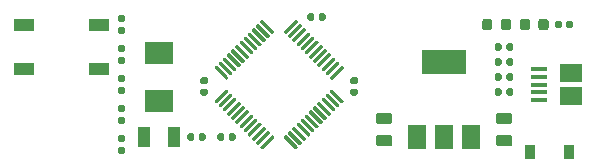
<source format=gbr>
%TF.GenerationSoftware,KiCad,Pcbnew,5.1.6+dfsg1-1*%
%TF.CreationDate,2020-06-23T10:35:08+08:00*%
%TF.ProjectId,stm32devmini,73746d33-3264-4657-966d-696e692e6b69,rev?*%
%TF.SameCoordinates,Original*%
%TF.FileFunction,Paste,Top*%
%TF.FilePolarity,Positive*%
%FSLAX46Y46*%
G04 Gerber Fmt 4.6, Leading zero omitted, Abs format (unit mm)*
G04 Created by KiCad (PCBNEW 5.1.6+dfsg1-1) date 2020-06-23 10:35:08*
%MOMM*%
%LPD*%
G01*
G04 APERTURE LIST*
%ADD10R,1.000000X1.800000*%
%ADD11R,2.400000X1.900000*%
%ADD12R,1.700000X1.000000*%
%ADD13R,1.500000X2.000000*%
%ADD14R,3.800000X2.000000*%
%ADD15R,0.900000X1.200000*%
%ADD16R,1.900000X1.500000*%
%ADD17R,1.350000X0.400000*%
G04 APERTURE END LIST*
%TO.C,C11*%
G36*
G01*
X171005000Y-106217500D02*
X171005000Y-105872500D01*
G75*
G02*
X171152500Y-105725000I147500J0D01*
G01*
X171447500Y-105725000D01*
G75*
G02*
X171595000Y-105872500I0J-147500D01*
G01*
X171595000Y-106217500D01*
G75*
G02*
X171447500Y-106365000I-147500J0D01*
G01*
X171152500Y-106365000D01*
G75*
G02*
X171005000Y-106217500I0J147500D01*
G01*
G37*
G36*
G01*
X170035000Y-106217500D02*
X170035000Y-105872500D01*
G75*
G02*
X170182500Y-105725000I147500J0D01*
G01*
X170477500Y-105725000D01*
G75*
G02*
X170625000Y-105872500I0J-147500D01*
G01*
X170625000Y-106217500D01*
G75*
G02*
X170477500Y-106365000I-147500J0D01*
G01*
X170182500Y-106365000D01*
G75*
G02*
X170035000Y-106217500I0J147500D01*
G01*
G37*
%TD*%
%TO.C,C10*%
G36*
G01*
X164637500Y-106490000D02*
X164292500Y-106490000D01*
G75*
G02*
X164145000Y-106342500I0J147500D01*
G01*
X164145000Y-106047500D01*
G75*
G02*
X164292500Y-105900000I147500J0D01*
G01*
X164637500Y-105900000D01*
G75*
G02*
X164785000Y-106047500I0J-147500D01*
G01*
X164785000Y-106342500D01*
G75*
G02*
X164637500Y-106490000I-147500J0D01*
G01*
G37*
G36*
G01*
X164637500Y-107460000D02*
X164292500Y-107460000D01*
G75*
G02*
X164145000Y-107312500I0J147500D01*
G01*
X164145000Y-107017500D01*
G75*
G02*
X164292500Y-106870000I147500J0D01*
G01*
X164637500Y-106870000D01*
G75*
G02*
X164785000Y-107017500I0J-147500D01*
G01*
X164785000Y-107312500D01*
G75*
G02*
X164637500Y-107460000I-147500J0D01*
G01*
G37*
%TD*%
D10*
%TO.C,Y2*%
X168890000Y-106045000D03*
X166390000Y-106045000D03*
%TD*%
D11*
%TO.C,Y1*%
X167640000Y-103015000D03*
X167640000Y-98915000D03*
%TD*%
%TO.C,C9*%
G36*
G01*
X164292500Y-104330000D02*
X164637500Y-104330000D01*
G75*
G02*
X164785000Y-104477500I0J-147500D01*
G01*
X164785000Y-104772500D01*
G75*
G02*
X164637500Y-104920000I-147500J0D01*
G01*
X164292500Y-104920000D01*
G75*
G02*
X164145000Y-104772500I0J147500D01*
G01*
X164145000Y-104477500D01*
G75*
G02*
X164292500Y-104330000I147500J0D01*
G01*
G37*
G36*
G01*
X164292500Y-103360000D02*
X164637500Y-103360000D01*
G75*
G02*
X164785000Y-103507500I0J-147500D01*
G01*
X164785000Y-103802500D01*
G75*
G02*
X164637500Y-103950000I-147500J0D01*
G01*
X164292500Y-103950000D01*
G75*
G02*
X164145000Y-103802500I0J147500D01*
G01*
X164145000Y-103507500D01*
G75*
G02*
X164292500Y-103360000I147500J0D01*
G01*
G37*
%TD*%
%TO.C,C8*%
G36*
G01*
X164292500Y-101790000D02*
X164637500Y-101790000D01*
G75*
G02*
X164785000Y-101937500I0J-147500D01*
G01*
X164785000Y-102232500D01*
G75*
G02*
X164637500Y-102380000I-147500J0D01*
G01*
X164292500Y-102380000D01*
G75*
G02*
X164145000Y-102232500I0J147500D01*
G01*
X164145000Y-101937500D01*
G75*
G02*
X164292500Y-101790000I147500J0D01*
G01*
G37*
G36*
G01*
X164292500Y-100820000D02*
X164637500Y-100820000D01*
G75*
G02*
X164785000Y-100967500I0J-147500D01*
G01*
X164785000Y-101262500D01*
G75*
G02*
X164637500Y-101410000I-147500J0D01*
G01*
X164292500Y-101410000D01*
G75*
G02*
X164145000Y-101262500I0J147500D01*
G01*
X164145000Y-100967500D01*
G75*
G02*
X164292500Y-100820000I147500J0D01*
G01*
G37*
%TD*%
%TO.C,R6*%
G36*
G01*
X196660000Y-99522500D02*
X196660000Y-99867500D01*
G75*
G02*
X196512500Y-100015000I-147500J0D01*
G01*
X196217500Y-100015000D01*
G75*
G02*
X196070000Y-99867500I0J147500D01*
G01*
X196070000Y-99522500D01*
G75*
G02*
X196217500Y-99375000I147500J0D01*
G01*
X196512500Y-99375000D01*
G75*
G02*
X196660000Y-99522500I0J-147500D01*
G01*
G37*
G36*
G01*
X197630000Y-99522500D02*
X197630000Y-99867500D01*
G75*
G02*
X197482500Y-100015000I-147500J0D01*
G01*
X197187500Y-100015000D01*
G75*
G02*
X197040000Y-99867500I0J147500D01*
G01*
X197040000Y-99522500D01*
G75*
G02*
X197187500Y-99375000I147500J0D01*
G01*
X197482500Y-99375000D01*
G75*
G02*
X197630000Y-99522500I0J-147500D01*
G01*
G37*
%TD*%
%TO.C,R5*%
G36*
G01*
X196660000Y-98252500D02*
X196660000Y-98597500D01*
G75*
G02*
X196512500Y-98745000I-147500J0D01*
G01*
X196217500Y-98745000D01*
G75*
G02*
X196070000Y-98597500I0J147500D01*
G01*
X196070000Y-98252500D01*
G75*
G02*
X196217500Y-98105000I147500J0D01*
G01*
X196512500Y-98105000D01*
G75*
G02*
X196660000Y-98252500I0J-147500D01*
G01*
G37*
G36*
G01*
X197630000Y-98252500D02*
X197630000Y-98597500D01*
G75*
G02*
X197482500Y-98745000I-147500J0D01*
G01*
X197187500Y-98745000D01*
G75*
G02*
X197040000Y-98597500I0J147500D01*
G01*
X197040000Y-98252500D01*
G75*
G02*
X197187500Y-98105000I147500J0D01*
G01*
X197482500Y-98105000D01*
G75*
G02*
X197630000Y-98252500I0J-147500D01*
G01*
G37*
%TD*%
%TO.C,R4*%
G36*
G01*
X202120000Y-96692500D02*
X202120000Y-96347500D01*
G75*
G02*
X202267500Y-96200000I147500J0D01*
G01*
X202562500Y-96200000D01*
G75*
G02*
X202710000Y-96347500I0J-147500D01*
G01*
X202710000Y-96692500D01*
G75*
G02*
X202562500Y-96840000I-147500J0D01*
G01*
X202267500Y-96840000D01*
G75*
G02*
X202120000Y-96692500I0J147500D01*
G01*
G37*
G36*
G01*
X201150000Y-96692500D02*
X201150000Y-96347500D01*
G75*
G02*
X201297500Y-96200000I147500J0D01*
G01*
X201592500Y-96200000D01*
G75*
G02*
X201740000Y-96347500I0J-147500D01*
G01*
X201740000Y-96692500D01*
G75*
G02*
X201592500Y-96840000I-147500J0D01*
G01*
X201297500Y-96840000D01*
G75*
G02*
X201150000Y-96692500I0J147500D01*
G01*
G37*
%TD*%
%TO.C,D3*%
G36*
G01*
X196565000Y-96776250D02*
X196565000Y-96263750D01*
G75*
G02*
X196783750Y-96045000I218750J0D01*
G01*
X197221250Y-96045000D01*
G75*
G02*
X197440000Y-96263750I0J-218750D01*
G01*
X197440000Y-96776250D01*
G75*
G02*
X197221250Y-96995000I-218750J0D01*
G01*
X196783750Y-96995000D01*
G75*
G02*
X196565000Y-96776250I0J218750D01*
G01*
G37*
G36*
G01*
X194990000Y-96776250D02*
X194990000Y-96263750D01*
G75*
G02*
X195208750Y-96045000I218750J0D01*
G01*
X195646250Y-96045000D01*
G75*
G02*
X195865000Y-96263750I0J-218750D01*
G01*
X195865000Y-96776250D01*
G75*
G02*
X195646250Y-96995000I-218750J0D01*
G01*
X195208750Y-96995000D01*
G75*
G02*
X194990000Y-96776250I0J218750D01*
G01*
G37*
%TD*%
%TO.C,D2*%
G36*
G01*
X199040000Y-96263750D02*
X199040000Y-96776250D01*
G75*
G02*
X198821250Y-96995000I-218750J0D01*
G01*
X198383750Y-96995000D01*
G75*
G02*
X198165000Y-96776250I0J218750D01*
G01*
X198165000Y-96263750D01*
G75*
G02*
X198383750Y-96045000I218750J0D01*
G01*
X198821250Y-96045000D01*
G75*
G02*
X199040000Y-96263750I0J-218750D01*
G01*
G37*
G36*
G01*
X200615000Y-96263750D02*
X200615000Y-96776250D01*
G75*
G02*
X200396250Y-96995000I-218750J0D01*
G01*
X199958750Y-96995000D01*
G75*
G02*
X199740000Y-96776250I0J218750D01*
G01*
X199740000Y-96263750D01*
G75*
G02*
X199958750Y-96045000I218750J0D01*
G01*
X200396250Y-96045000D01*
G75*
G02*
X200615000Y-96263750I0J-218750D01*
G01*
G37*
%TD*%
%TO.C,R3*%
G36*
G01*
X164637500Y-98870000D02*
X164292500Y-98870000D01*
G75*
G02*
X164145000Y-98722500I0J147500D01*
G01*
X164145000Y-98427500D01*
G75*
G02*
X164292500Y-98280000I147500J0D01*
G01*
X164637500Y-98280000D01*
G75*
G02*
X164785000Y-98427500I0J-147500D01*
G01*
X164785000Y-98722500D01*
G75*
G02*
X164637500Y-98870000I-147500J0D01*
G01*
G37*
G36*
G01*
X164637500Y-99840000D02*
X164292500Y-99840000D01*
G75*
G02*
X164145000Y-99692500I0J147500D01*
G01*
X164145000Y-99397500D01*
G75*
G02*
X164292500Y-99250000I147500J0D01*
G01*
X164637500Y-99250000D01*
G75*
G02*
X164785000Y-99397500I0J-147500D01*
G01*
X164785000Y-99692500D01*
G75*
G02*
X164637500Y-99840000I-147500J0D01*
G01*
G37*
%TD*%
%TO.C,C7*%
G36*
G01*
X164637500Y-96330000D02*
X164292500Y-96330000D01*
G75*
G02*
X164145000Y-96182500I0J147500D01*
G01*
X164145000Y-95887500D01*
G75*
G02*
X164292500Y-95740000I147500J0D01*
G01*
X164637500Y-95740000D01*
G75*
G02*
X164785000Y-95887500I0J-147500D01*
G01*
X164785000Y-96182500D01*
G75*
G02*
X164637500Y-96330000I-147500J0D01*
G01*
G37*
G36*
G01*
X164637500Y-97300000D02*
X164292500Y-97300000D01*
G75*
G02*
X164145000Y-97152500I0J147500D01*
G01*
X164145000Y-96857500D01*
G75*
G02*
X164292500Y-96710000I147500J0D01*
G01*
X164637500Y-96710000D01*
G75*
G02*
X164785000Y-96857500I0J-147500D01*
G01*
X164785000Y-97152500D01*
G75*
G02*
X164637500Y-97300000I-147500J0D01*
G01*
G37*
%TD*%
D12*
%TO.C,SW1*%
X162535000Y-100325000D03*
X156235000Y-100325000D03*
X162535000Y-96525000D03*
X156235000Y-96525000D03*
%TD*%
D13*
%TO.C,U1*%
X189470000Y-106020000D03*
X194070000Y-106020000D03*
X191770000Y-106020000D03*
D14*
X191770000Y-99720000D03*
%TD*%
%TO.C,R2*%
G36*
G01*
X196660000Y-102062500D02*
X196660000Y-102407500D01*
G75*
G02*
X196512500Y-102555000I-147500J0D01*
G01*
X196217500Y-102555000D01*
G75*
G02*
X196070000Y-102407500I0J147500D01*
G01*
X196070000Y-102062500D01*
G75*
G02*
X196217500Y-101915000I147500J0D01*
G01*
X196512500Y-101915000D01*
G75*
G02*
X196660000Y-102062500I0J-147500D01*
G01*
G37*
G36*
G01*
X197630000Y-102062500D02*
X197630000Y-102407500D01*
G75*
G02*
X197482500Y-102555000I-147500J0D01*
G01*
X197187500Y-102555000D01*
G75*
G02*
X197040000Y-102407500I0J147500D01*
G01*
X197040000Y-102062500D01*
G75*
G02*
X197187500Y-101915000I147500J0D01*
G01*
X197482500Y-101915000D01*
G75*
G02*
X197630000Y-102062500I0J-147500D01*
G01*
G37*
%TD*%
%TO.C,R1*%
G36*
G01*
X196660000Y-100792500D02*
X196660000Y-101137500D01*
G75*
G02*
X196512500Y-101285000I-147500J0D01*
G01*
X196217500Y-101285000D01*
G75*
G02*
X196070000Y-101137500I0J147500D01*
G01*
X196070000Y-100792500D01*
G75*
G02*
X196217500Y-100645000I147500J0D01*
G01*
X196512500Y-100645000D01*
G75*
G02*
X196660000Y-100792500I0J-147500D01*
G01*
G37*
G36*
G01*
X197630000Y-100792500D02*
X197630000Y-101137500D01*
G75*
G02*
X197482500Y-101285000I-147500J0D01*
G01*
X197187500Y-101285000D01*
G75*
G02*
X197040000Y-101137500I0J147500D01*
G01*
X197040000Y-100792500D01*
G75*
G02*
X197187500Y-100645000I147500J0D01*
G01*
X197482500Y-100645000D01*
G75*
G02*
X197630000Y-100792500I0J-147500D01*
G01*
G37*
%TD*%
D15*
%TO.C,D1*%
X202310000Y-107315000D03*
X199010000Y-107315000D03*
%TD*%
%TO.C,C6*%
G36*
G01*
X171622500Y-101560000D02*
X171277500Y-101560000D01*
G75*
G02*
X171130000Y-101412500I0J147500D01*
G01*
X171130000Y-101117500D01*
G75*
G02*
X171277500Y-100970000I147500J0D01*
G01*
X171622500Y-100970000D01*
G75*
G02*
X171770000Y-101117500I0J-147500D01*
G01*
X171770000Y-101412500D01*
G75*
G02*
X171622500Y-101560000I-147500J0D01*
G01*
G37*
G36*
G01*
X171622500Y-102530000D02*
X171277500Y-102530000D01*
G75*
G02*
X171130000Y-102382500I0J147500D01*
G01*
X171130000Y-102087500D01*
G75*
G02*
X171277500Y-101940000I147500J0D01*
G01*
X171622500Y-101940000D01*
G75*
G02*
X171770000Y-102087500I0J-147500D01*
G01*
X171770000Y-102382500D01*
G75*
G02*
X171622500Y-102530000I-147500J0D01*
G01*
G37*
%TD*%
%TO.C,C5*%
G36*
G01*
X173165000Y-105872500D02*
X173165000Y-106217500D01*
G75*
G02*
X173017500Y-106365000I-147500J0D01*
G01*
X172722500Y-106365000D01*
G75*
G02*
X172575000Y-106217500I0J147500D01*
G01*
X172575000Y-105872500D01*
G75*
G02*
X172722500Y-105725000I147500J0D01*
G01*
X173017500Y-105725000D01*
G75*
G02*
X173165000Y-105872500I0J-147500D01*
G01*
G37*
G36*
G01*
X174135000Y-105872500D02*
X174135000Y-106217500D01*
G75*
G02*
X173987500Y-106365000I-147500J0D01*
G01*
X173692500Y-106365000D01*
G75*
G02*
X173545000Y-106217500I0J147500D01*
G01*
X173545000Y-105872500D01*
G75*
G02*
X173692500Y-105725000I147500J0D01*
G01*
X173987500Y-105725000D01*
G75*
G02*
X174135000Y-105872500I0J-147500D01*
G01*
G37*
%TD*%
%TO.C,C4*%
G36*
G01*
X181165000Y-96057500D02*
X181165000Y-95712500D01*
G75*
G02*
X181312500Y-95565000I147500J0D01*
G01*
X181607500Y-95565000D01*
G75*
G02*
X181755000Y-95712500I0J-147500D01*
G01*
X181755000Y-96057500D01*
G75*
G02*
X181607500Y-96205000I-147500J0D01*
G01*
X181312500Y-96205000D01*
G75*
G02*
X181165000Y-96057500I0J147500D01*
G01*
G37*
G36*
G01*
X180195000Y-96057500D02*
X180195000Y-95712500D01*
G75*
G02*
X180342500Y-95565000I147500J0D01*
G01*
X180637500Y-95565000D01*
G75*
G02*
X180785000Y-95712500I0J-147500D01*
G01*
X180785000Y-96057500D01*
G75*
G02*
X180637500Y-96205000I-147500J0D01*
G01*
X180342500Y-96205000D01*
G75*
G02*
X180195000Y-96057500I0J147500D01*
G01*
G37*
%TD*%
%TO.C,C3*%
G36*
G01*
X184322500Y-101560000D02*
X183977500Y-101560000D01*
G75*
G02*
X183830000Y-101412500I0J147500D01*
G01*
X183830000Y-101117500D01*
G75*
G02*
X183977500Y-100970000I147500J0D01*
G01*
X184322500Y-100970000D01*
G75*
G02*
X184470000Y-101117500I0J-147500D01*
G01*
X184470000Y-101412500D01*
G75*
G02*
X184322500Y-101560000I-147500J0D01*
G01*
G37*
G36*
G01*
X184322500Y-102530000D02*
X183977500Y-102530000D01*
G75*
G02*
X183830000Y-102382500I0J147500D01*
G01*
X183830000Y-102087500D01*
G75*
G02*
X183977500Y-101940000I147500J0D01*
G01*
X184322500Y-101940000D01*
G75*
G02*
X184470000Y-102087500I0J-147500D01*
G01*
X184470000Y-102382500D01*
G75*
G02*
X184322500Y-102530000I-147500J0D01*
G01*
G37*
%TD*%
%TO.C,C2*%
G36*
G01*
X186233750Y-105860000D02*
X187146250Y-105860000D01*
G75*
G02*
X187390000Y-106103750I0J-243750D01*
G01*
X187390000Y-106591250D01*
G75*
G02*
X187146250Y-106835000I-243750J0D01*
G01*
X186233750Y-106835000D01*
G75*
G02*
X185990000Y-106591250I0J243750D01*
G01*
X185990000Y-106103750D01*
G75*
G02*
X186233750Y-105860000I243750J0D01*
G01*
G37*
G36*
G01*
X186233750Y-103985000D02*
X187146250Y-103985000D01*
G75*
G02*
X187390000Y-104228750I0J-243750D01*
G01*
X187390000Y-104716250D01*
G75*
G02*
X187146250Y-104960000I-243750J0D01*
G01*
X186233750Y-104960000D01*
G75*
G02*
X185990000Y-104716250I0J243750D01*
G01*
X185990000Y-104228750D01*
G75*
G02*
X186233750Y-103985000I243750J0D01*
G01*
G37*
%TD*%
%TO.C,C1*%
G36*
G01*
X197306250Y-104960000D02*
X196393750Y-104960000D01*
G75*
G02*
X196150000Y-104716250I0J243750D01*
G01*
X196150000Y-104228750D01*
G75*
G02*
X196393750Y-103985000I243750J0D01*
G01*
X197306250Y-103985000D01*
G75*
G02*
X197550000Y-104228750I0J-243750D01*
G01*
X197550000Y-104716250D01*
G75*
G02*
X197306250Y-104960000I-243750J0D01*
G01*
G37*
G36*
G01*
X197306250Y-106835000D02*
X196393750Y-106835000D01*
G75*
G02*
X196150000Y-106591250I0J243750D01*
G01*
X196150000Y-106103750D01*
G75*
G02*
X196393750Y-105860000I243750J0D01*
G01*
X197306250Y-105860000D01*
G75*
G02*
X197550000Y-106103750I0J-243750D01*
G01*
X197550000Y-106591250D01*
G75*
G02*
X197306250Y-106835000I-243750J0D01*
G01*
G37*
%TD*%
%TO.C,U2*%
G36*
G01*
X173274516Y-101175736D02*
X172337600Y-100238820D01*
G75*
G02*
X172337600Y-100132754I53033J53033D01*
G01*
X172443666Y-100026688D01*
G75*
G02*
X172549732Y-100026688I53033J-53033D01*
G01*
X173486648Y-100963604D01*
G75*
G02*
X173486648Y-101069670I-53033J-53033D01*
G01*
X173380582Y-101175736D01*
G75*
G02*
X173274516Y-101175736I-53033J53033D01*
G01*
G37*
G36*
G01*
X173628070Y-100822182D02*
X172691154Y-99885266D01*
G75*
G02*
X172691154Y-99779200I53033J53033D01*
G01*
X172797220Y-99673134D01*
G75*
G02*
X172903286Y-99673134I53033J-53033D01*
G01*
X173840202Y-100610050D01*
G75*
G02*
X173840202Y-100716116I-53033J-53033D01*
G01*
X173734136Y-100822182D01*
G75*
G02*
X173628070Y-100822182I-53033J53033D01*
G01*
G37*
G36*
G01*
X173981623Y-100468629D02*
X173044707Y-99531713D01*
G75*
G02*
X173044707Y-99425647I53033J53033D01*
G01*
X173150773Y-99319581D01*
G75*
G02*
X173256839Y-99319581I53033J-53033D01*
G01*
X174193755Y-100256497D01*
G75*
G02*
X174193755Y-100362563I-53033J-53033D01*
G01*
X174087689Y-100468629D01*
G75*
G02*
X173981623Y-100468629I-53033J53033D01*
G01*
G37*
G36*
G01*
X174335177Y-100115075D02*
X173398261Y-99178159D01*
G75*
G02*
X173398261Y-99072093I53033J53033D01*
G01*
X173504327Y-98966027D01*
G75*
G02*
X173610393Y-98966027I53033J-53033D01*
G01*
X174547309Y-99902943D01*
G75*
G02*
X174547309Y-100009009I-53033J-53033D01*
G01*
X174441243Y-100115075D01*
G75*
G02*
X174335177Y-100115075I-53033J53033D01*
G01*
G37*
G36*
G01*
X174688730Y-99761522D02*
X173751814Y-98824606D01*
G75*
G02*
X173751814Y-98718540I53033J53033D01*
G01*
X173857880Y-98612474D01*
G75*
G02*
X173963946Y-98612474I53033J-53033D01*
G01*
X174900862Y-99549390D01*
G75*
G02*
X174900862Y-99655456I-53033J-53033D01*
G01*
X174794796Y-99761522D01*
G75*
G02*
X174688730Y-99761522I-53033J53033D01*
G01*
G37*
G36*
G01*
X175042283Y-99407969D02*
X174105367Y-98471053D01*
G75*
G02*
X174105367Y-98364987I53033J53033D01*
G01*
X174211433Y-98258921D01*
G75*
G02*
X174317499Y-98258921I53033J-53033D01*
G01*
X175254415Y-99195837D01*
G75*
G02*
X175254415Y-99301903I-53033J-53033D01*
G01*
X175148349Y-99407969D01*
G75*
G02*
X175042283Y-99407969I-53033J53033D01*
G01*
G37*
G36*
G01*
X175395837Y-99054415D02*
X174458921Y-98117499D01*
G75*
G02*
X174458921Y-98011433I53033J53033D01*
G01*
X174564987Y-97905367D01*
G75*
G02*
X174671053Y-97905367I53033J-53033D01*
G01*
X175607969Y-98842283D01*
G75*
G02*
X175607969Y-98948349I-53033J-53033D01*
G01*
X175501903Y-99054415D01*
G75*
G02*
X175395837Y-99054415I-53033J53033D01*
G01*
G37*
G36*
G01*
X175749390Y-98700862D02*
X174812474Y-97763946D01*
G75*
G02*
X174812474Y-97657880I53033J53033D01*
G01*
X174918540Y-97551814D01*
G75*
G02*
X175024606Y-97551814I53033J-53033D01*
G01*
X175961522Y-98488730D01*
G75*
G02*
X175961522Y-98594796I-53033J-53033D01*
G01*
X175855456Y-98700862D01*
G75*
G02*
X175749390Y-98700862I-53033J53033D01*
G01*
G37*
G36*
G01*
X176102943Y-98347309D02*
X175166027Y-97410393D01*
G75*
G02*
X175166027Y-97304327I53033J53033D01*
G01*
X175272093Y-97198261D01*
G75*
G02*
X175378159Y-97198261I53033J-53033D01*
G01*
X176315075Y-98135177D01*
G75*
G02*
X176315075Y-98241243I-53033J-53033D01*
G01*
X176209009Y-98347309D01*
G75*
G02*
X176102943Y-98347309I-53033J53033D01*
G01*
G37*
G36*
G01*
X176456497Y-97993755D02*
X175519581Y-97056839D01*
G75*
G02*
X175519581Y-96950773I53033J53033D01*
G01*
X175625647Y-96844707D01*
G75*
G02*
X175731713Y-96844707I53033J-53033D01*
G01*
X176668629Y-97781623D01*
G75*
G02*
X176668629Y-97887689I-53033J-53033D01*
G01*
X176562563Y-97993755D01*
G75*
G02*
X176456497Y-97993755I-53033J53033D01*
G01*
G37*
G36*
G01*
X176810050Y-97640202D02*
X175873134Y-96703286D01*
G75*
G02*
X175873134Y-96597220I53033J53033D01*
G01*
X175979200Y-96491154D01*
G75*
G02*
X176085266Y-96491154I53033J-53033D01*
G01*
X177022182Y-97428070D01*
G75*
G02*
X177022182Y-97534136I-53033J-53033D01*
G01*
X176916116Y-97640202D01*
G75*
G02*
X176810050Y-97640202I-53033J53033D01*
G01*
G37*
G36*
G01*
X177163604Y-97286648D02*
X176226688Y-96349732D01*
G75*
G02*
X176226688Y-96243666I53033J53033D01*
G01*
X176332754Y-96137600D01*
G75*
G02*
X176438820Y-96137600I53033J-53033D01*
G01*
X177375736Y-97074516D01*
G75*
G02*
X177375736Y-97180582I-53033J-53033D01*
G01*
X177269670Y-97286648D01*
G75*
G02*
X177163604Y-97286648I-53033J53033D01*
G01*
G37*
G36*
G01*
X178330330Y-97286648D02*
X178224264Y-97180582D01*
G75*
G02*
X178224264Y-97074516I53033J53033D01*
G01*
X179161180Y-96137600D01*
G75*
G02*
X179267246Y-96137600I53033J-53033D01*
G01*
X179373312Y-96243666D01*
G75*
G02*
X179373312Y-96349732I-53033J-53033D01*
G01*
X178436396Y-97286648D01*
G75*
G02*
X178330330Y-97286648I-53033J53033D01*
G01*
G37*
G36*
G01*
X178683884Y-97640202D02*
X178577818Y-97534136D01*
G75*
G02*
X178577818Y-97428070I53033J53033D01*
G01*
X179514734Y-96491154D01*
G75*
G02*
X179620800Y-96491154I53033J-53033D01*
G01*
X179726866Y-96597220D01*
G75*
G02*
X179726866Y-96703286I-53033J-53033D01*
G01*
X178789950Y-97640202D01*
G75*
G02*
X178683884Y-97640202I-53033J53033D01*
G01*
G37*
G36*
G01*
X179037437Y-97993755D02*
X178931371Y-97887689D01*
G75*
G02*
X178931371Y-97781623I53033J53033D01*
G01*
X179868287Y-96844707D01*
G75*
G02*
X179974353Y-96844707I53033J-53033D01*
G01*
X180080419Y-96950773D01*
G75*
G02*
X180080419Y-97056839I-53033J-53033D01*
G01*
X179143503Y-97993755D01*
G75*
G02*
X179037437Y-97993755I-53033J53033D01*
G01*
G37*
G36*
G01*
X179390991Y-98347309D02*
X179284925Y-98241243D01*
G75*
G02*
X179284925Y-98135177I53033J53033D01*
G01*
X180221841Y-97198261D01*
G75*
G02*
X180327907Y-97198261I53033J-53033D01*
G01*
X180433973Y-97304327D01*
G75*
G02*
X180433973Y-97410393I-53033J-53033D01*
G01*
X179497057Y-98347309D01*
G75*
G02*
X179390991Y-98347309I-53033J53033D01*
G01*
G37*
G36*
G01*
X179744544Y-98700862D02*
X179638478Y-98594796D01*
G75*
G02*
X179638478Y-98488730I53033J53033D01*
G01*
X180575394Y-97551814D01*
G75*
G02*
X180681460Y-97551814I53033J-53033D01*
G01*
X180787526Y-97657880D01*
G75*
G02*
X180787526Y-97763946I-53033J-53033D01*
G01*
X179850610Y-98700862D01*
G75*
G02*
X179744544Y-98700862I-53033J53033D01*
G01*
G37*
G36*
G01*
X180098097Y-99054415D02*
X179992031Y-98948349D01*
G75*
G02*
X179992031Y-98842283I53033J53033D01*
G01*
X180928947Y-97905367D01*
G75*
G02*
X181035013Y-97905367I53033J-53033D01*
G01*
X181141079Y-98011433D01*
G75*
G02*
X181141079Y-98117499I-53033J-53033D01*
G01*
X180204163Y-99054415D01*
G75*
G02*
X180098097Y-99054415I-53033J53033D01*
G01*
G37*
G36*
G01*
X180451651Y-99407969D02*
X180345585Y-99301903D01*
G75*
G02*
X180345585Y-99195837I53033J53033D01*
G01*
X181282501Y-98258921D01*
G75*
G02*
X181388567Y-98258921I53033J-53033D01*
G01*
X181494633Y-98364987D01*
G75*
G02*
X181494633Y-98471053I-53033J-53033D01*
G01*
X180557717Y-99407969D01*
G75*
G02*
X180451651Y-99407969I-53033J53033D01*
G01*
G37*
G36*
G01*
X180805204Y-99761522D02*
X180699138Y-99655456D01*
G75*
G02*
X180699138Y-99549390I53033J53033D01*
G01*
X181636054Y-98612474D01*
G75*
G02*
X181742120Y-98612474I53033J-53033D01*
G01*
X181848186Y-98718540D01*
G75*
G02*
X181848186Y-98824606I-53033J-53033D01*
G01*
X180911270Y-99761522D01*
G75*
G02*
X180805204Y-99761522I-53033J53033D01*
G01*
G37*
G36*
G01*
X181158757Y-100115075D02*
X181052691Y-100009009D01*
G75*
G02*
X181052691Y-99902943I53033J53033D01*
G01*
X181989607Y-98966027D01*
G75*
G02*
X182095673Y-98966027I53033J-53033D01*
G01*
X182201739Y-99072093D01*
G75*
G02*
X182201739Y-99178159I-53033J-53033D01*
G01*
X181264823Y-100115075D01*
G75*
G02*
X181158757Y-100115075I-53033J53033D01*
G01*
G37*
G36*
G01*
X181512311Y-100468629D02*
X181406245Y-100362563D01*
G75*
G02*
X181406245Y-100256497I53033J53033D01*
G01*
X182343161Y-99319581D01*
G75*
G02*
X182449227Y-99319581I53033J-53033D01*
G01*
X182555293Y-99425647D01*
G75*
G02*
X182555293Y-99531713I-53033J-53033D01*
G01*
X181618377Y-100468629D01*
G75*
G02*
X181512311Y-100468629I-53033J53033D01*
G01*
G37*
G36*
G01*
X181865864Y-100822182D02*
X181759798Y-100716116D01*
G75*
G02*
X181759798Y-100610050I53033J53033D01*
G01*
X182696714Y-99673134D01*
G75*
G02*
X182802780Y-99673134I53033J-53033D01*
G01*
X182908846Y-99779200D01*
G75*
G02*
X182908846Y-99885266I-53033J-53033D01*
G01*
X181971930Y-100822182D01*
G75*
G02*
X181865864Y-100822182I-53033J53033D01*
G01*
G37*
G36*
G01*
X182219418Y-101175736D02*
X182113352Y-101069670D01*
G75*
G02*
X182113352Y-100963604I53033J53033D01*
G01*
X183050268Y-100026688D01*
G75*
G02*
X183156334Y-100026688I53033J-53033D01*
G01*
X183262400Y-100132754D01*
G75*
G02*
X183262400Y-100238820I-53033J-53033D01*
G01*
X182325484Y-101175736D01*
G75*
G02*
X182219418Y-101175736I-53033J53033D01*
G01*
G37*
G36*
G01*
X183050268Y-103173312D02*
X182113352Y-102236396D01*
G75*
G02*
X182113352Y-102130330I53033J53033D01*
G01*
X182219418Y-102024264D01*
G75*
G02*
X182325484Y-102024264I53033J-53033D01*
G01*
X183262400Y-102961180D01*
G75*
G02*
X183262400Y-103067246I-53033J-53033D01*
G01*
X183156334Y-103173312D01*
G75*
G02*
X183050268Y-103173312I-53033J53033D01*
G01*
G37*
G36*
G01*
X182696714Y-103526866D02*
X181759798Y-102589950D01*
G75*
G02*
X181759798Y-102483884I53033J53033D01*
G01*
X181865864Y-102377818D01*
G75*
G02*
X181971930Y-102377818I53033J-53033D01*
G01*
X182908846Y-103314734D01*
G75*
G02*
X182908846Y-103420800I-53033J-53033D01*
G01*
X182802780Y-103526866D01*
G75*
G02*
X182696714Y-103526866I-53033J53033D01*
G01*
G37*
G36*
G01*
X182343161Y-103880419D02*
X181406245Y-102943503D01*
G75*
G02*
X181406245Y-102837437I53033J53033D01*
G01*
X181512311Y-102731371D01*
G75*
G02*
X181618377Y-102731371I53033J-53033D01*
G01*
X182555293Y-103668287D01*
G75*
G02*
X182555293Y-103774353I-53033J-53033D01*
G01*
X182449227Y-103880419D01*
G75*
G02*
X182343161Y-103880419I-53033J53033D01*
G01*
G37*
G36*
G01*
X181989607Y-104233973D02*
X181052691Y-103297057D01*
G75*
G02*
X181052691Y-103190991I53033J53033D01*
G01*
X181158757Y-103084925D01*
G75*
G02*
X181264823Y-103084925I53033J-53033D01*
G01*
X182201739Y-104021841D01*
G75*
G02*
X182201739Y-104127907I-53033J-53033D01*
G01*
X182095673Y-104233973D01*
G75*
G02*
X181989607Y-104233973I-53033J53033D01*
G01*
G37*
G36*
G01*
X181636054Y-104587526D02*
X180699138Y-103650610D01*
G75*
G02*
X180699138Y-103544544I53033J53033D01*
G01*
X180805204Y-103438478D01*
G75*
G02*
X180911270Y-103438478I53033J-53033D01*
G01*
X181848186Y-104375394D01*
G75*
G02*
X181848186Y-104481460I-53033J-53033D01*
G01*
X181742120Y-104587526D01*
G75*
G02*
X181636054Y-104587526I-53033J53033D01*
G01*
G37*
G36*
G01*
X181282501Y-104941079D02*
X180345585Y-104004163D01*
G75*
G02*
X180345585Y-103898097I53033J53033D01*
G01*
X180451651Y-103792031D01*
G75*
G02*
X180557717Y-103792031I53033J-53033D01*
G01*
X181494633Y-104728947D01*
G75*
G02*
X181494633Y-104835013I-53033J-53033D01*
G01*
X181388567Y-104941079D01*
G75*
G02*
X181282501Y-104941079I-53033J53033D01*
G01*
G37*
G36*
G01*
X180928947Y-105294633D02*
X179992031Y-104357717D01*
G75*
G02*
X179992031Y-104251651I53033J53033D01*
G01*
X180098097Y-104145585D01*
G75*
G02*
X180204163Y-104145585I53033J-53033D01*
G01*
X181141079Y-105082501D01*
G75*
G02*
X181141079Y-105188567I-53033J-53033D01*
G01*
X181035013Y-105294633D01*
G75*
G02*
X180928947Y-105294633I-53033J53033D01*
G01*
G37*
G36*
G01*
X180575394Y-105648186D02*
X179638478Y-104711270D01*
G75*
G02*
X179638478Y-104605204I53033J53033D01*
G01*
X179744544Y-104499138D01*
G75*
G02*
X179850610Y-104499138I53033J-53033D01*
G01*
X180787526Y-105436054D01*
G75*
G02*
X180787526Y-105542120I-53033J-53033D01*
G01*
X180681460Y-105648186D01*
G75*
G02*
X180575394Y-105648186I-53033J53033D01*
G01*
G37*
G36*
G01*
X180221841Y-106001739D02*
X179284925Y-105064823D01*
G75*
G02*
X179284925Y-104958757I53033J53033D01*
G01*
X179390991Y-104852691D01*
G75*
G02*
X179497057Y-104852691I53033J-53033D01*
G01*
X180433973Y-105789607D01*
G75*
G02*
X180433973Y-105895673I-53033J-53033D01*
G01*
X180327907Y-106001739D01*
G75*
G02*
X180221841Y-106001739I-53033J53033D01*
G01*
G37*
G36*
G01*
X179868287Y-106355293D02*
X178931371Y-105418377D01*
G75*
G02*
X178931371Y-105312311I53033J53033D01*
G01*
X179037437Y-105206245D01*
G75*
G02*
X179143503Y-105206245I53033J-53033D01*
G01*
X180080419Y-106143161D01*
G75*
G02*
X180080419Y-106249227I-53033J-53033D01*
G01*
X179974353Y-106355293D01*
G75*
G02*
X179868287Y-106355293I-53033J53033D01*
G01*
G37*
G36*
G01*
X179514734Y-106708846D02*
X178577818Y-105771930D01*
G75*
G02*
X178577818Y-105665864I53033J53033D01*
G01*
X178683884Y-105559798D01*
G75*
G02*
X178789950Y-105559798I53033J-53033D01*
G01*
X179726866Y-106496714D01*
G75*
G02*
X179726866Y-106602780I-53033J-53033D01*
G01*
X179620800Y-106708846D01*
G75*
G02*
X179514734Y-106708846I-53033J53033D01*
G01*
G37*
G36*
G01*
X179161180Y-107062400D02*
X178224264Y-106125484D01*
G75*
G02*
X178224264Y-106019418I53033J53033D01*
G01*
X178330330Y-105913352D01*
G75*
G02*
X178436396Y-105913352I53033J-53033D01*
G01*
X179373312Y-106850268D01*
G75*
G02*
X179373312Y-106956334I-53033J-53033D01*
G01*
X179267246Y-107062400D01*
G75*
G02*
X179161180Y-107062400I-53033J53033D01*
G01*
G37*
G36*
G01*
X176332754Y-107062400D02*
X176226688Y-106956334D01*
G75*
G02*
X176226688Y-106850268I53033J53033D01*
G01*
X177163604Y-105913352D01*
G75*
G02*
X177269670Y-105913352I53033J-53033D01*
G01*
X177375736Y-106019418D01*
G75*
G02*
X177375736Y-106125484I-53033J-53033D01*
G01*
X176438820Y-107062400D01*
G75*
G02*
X176332754Y-107062400I-53033J53033D01*
G01*
G37*
G36*
G01*
X175979200Y-106708846D02*
X175873134Y-106602780D01*
G75*
G02*
X175873134Y-106496714I53033J53033D01*
G01*
X176810050Y-105559798D01*
G75*
G02*
X176916116Y-105559798I53033J-53033D01*
G01*
X177022182Y-105665864D01*
G75*
G02*
X177022182Y-105771930I-53033J-53033D01*
G01*
X176085266Y-106708846D01*
G75*
G02*
X175979200Y-106708846I-53033J53033D01*
G01*
G37*
G36*
G01*
X175625647Y-106355293D02*
X175519581Y-106249227D01*
G75*
G02*
X175519581Y-106143161I53033J53033D01*
G01*
X176456497Y-105206245D01*
G75*
G02*
X176562563Y-105206245I53033J-53033D01*
G01*
X176668629Y-105312311D01*
G75*
G02*
X176668629Y-105418377I-53033J-53033D01*
G01*
X175731713Y-106355293D01*
G75*
G02*
X175625647Y-106355293I-53033J53033D01*
G01*
G37*
G36*
G01*
X175272093Y-106001739D02*
X175166027Y-105895673D01*
G75*
G02*
X175166027Y-105789607I53033J53033D01*
G01*
X176102943Y-104852691D01*
G75*
G02*
X176209009Y-104852691I53033J-53033D01*
G01*
X176315075Y-104958757D01*
G75*
G02*
X176315075Y-105064823I-53033J-53033D01*
G01*
X175378159Y-106001739D01*
G75*
G02*
X175272093Y-106001739I-53033J53033D01*
G01*
G37*
G36*
G01*
X174918540Y-105648186D02*
X174812474Y-105542120D01*
G75*
G02*
X174812474Y-105436054I53033J53033D01*
G01*
X175749390Y-104499138D01*
G75*
G02*
X175855456Y-104499138I53033J-53033D01*
G01*
X175961522Y-104605204D01*
G75*
G02*
X175961522Y-104711270I-53033J-53033D01*
G01*
X175024606Y-105648186D01*
G75*
G02*
X174918540Y-105648186I-53033J53033D01*
G01*
G37*
G36*
G01*
X174564987Y-105294633D02*
X174458921Y-105188567D01*
G75*
G02*
X174458921Y-105082501I53033J53033D01*
G01*
X175395837Y-104145585D01*
G75*
G02*
X175501903Y-104145585I53033J-53033D01*
G01*
X175607969Y-104251651D01*
G75*
G02*
X175607969Y-104357717I-53033J-53033D01*
G01*
X174671053Y-105294633D01*
G75*
G02*
X174564987Y-105294633I-53033J53033D01*
G01*
G37*
G36*
G01*
X174211433Y-104941079D02*
X174105367Y-104835013D01*
G75*
G02*
X174105367Y-104728947I53033J53033D01*
G01*
X175042283Y-103792031D01*
G75*
G02*
X175148349Y-103792031I53033J-53033D01*
G01*
X175254415Y-103898097D01*
G75*
G02*
X175254415Y-104004163I-53033J-53033D01*
G01*
X174317499Y-104941079D01*
G75*
G02*
X174211433Y-104941079I-53033J53033D01*
G01*
G37*
G36*
G01*
X173857880Y-104587526D02*
X173751814Y-104481460D01*
G75*
G02*
X173751814Y-104375394I53033J53033D01*
G01*
X174688730Y-103438478D01*
G75*
G02*
X174794796Y-103438478I53033J-53033D01*
G01*
X174900862Y-103544544D01*
G75*
G02*
X174900862Y-103650610I-53033J-53033D01*
G01*
X173963946Y-104587526D01*
G75*
G02*
X173857880Y-104587526I-53033J53033D01*
G01*
G37*
G36*
G01*
X173504327Y-104233973D02*
X173398261Y-104127907D01*
G75*
G02*
X173398261Y-104021841I53033J53033D01*
G01*
X174335177Y-103084925D01*
G75*
G02*
X174441243Y-103084925I53033J-53033D01*
G01*
X174547309Y-103190991D01*
G75*
G02*
X174547309Y-103297057I-53033J-53033D01*
G01*
X173610393Y-104233973D01*
G75*
G02*
X173504327Y-104233973I-53033J53033D01*
G01*
G37*
G36*
G01*
X173150773Y-103880419D02*
X173044707Y-103774353D01*
G75*
G02*
X173044707Y-103668287I53033J53033D01*
G01*
X173981623Y-102731371D01*
G75*
G02*
X174087689Y-102731371I53033J-53033D01*
G01*
X174193755Y-102837437D01*
G75*
G02*
X174193755Y-102943503I-53033J-53033D01*
G01*
X173256839Y-103880419D01*
G75*
G02*
X173150773Y-103880419I-53033J53033D01*
G01*
G37*
G36*
G01*
X172797220Y-103526866D02*
X172691154Y-103420800D01*
G75*
G02*
X172691154Y-103314734I53033J53033D01*
G01*
X173628070Y-102377818D01*
G75*
G02*
X173734136Y-102377818I53033J-53033D01*
G01*
X173840202Y-102483884D01*
G75*
G02*
X173840202Y-102589950I-53033J-53033D01*
G01*
X172903286Y-103526866D01*
G75*
G02*
X172797220Y-103526866I-53033J53033D01*
G01*
G37*
G36*
G01*
X172443666Y-103173312D02*
X172337600Y-103067246D01*
G75*
G02*
X172337600Y-102961180I53033J53033D01*
G01*
X173274516Y-102024264D01*
G75*
G02*
X173380582Y-102024264I53033J-53033D01*
G01*
X173486648Y-102130330D01*
G75*
G02*
X173486648Y-102236396I-53033J-53033D01*
G01*
X172549732Y-103173312D01*
G75*
G02*
X172443666Y-103173312I-53033J53033D01*
G01*
G37*
%TD*%
D16*
%TO.C,J1*%
X202532500Y-102600000D03*
D17*
X199832500Y-101600000D03*
X199832500Y-100950000D03*
X199832500Y-100300000D03*
X199832500Y-102900000D03*
X199832500Y-102250000D03*
D16*
X202532500Y-100600000D03*
%TD*%
M02*

</source>
